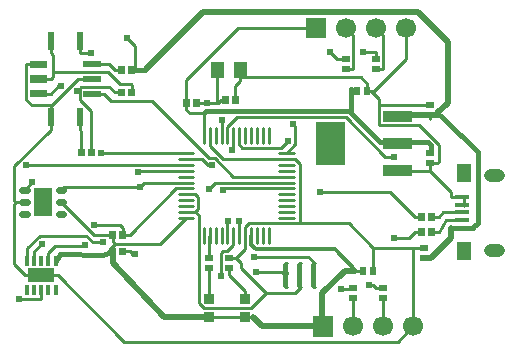
<source format=gtl>
G04 Layer: TopLayer*
G04 EasyEDA v6.4.31, 2022-03-03 13:31:49*
G04 40e5de87a7664572b24e6dd0e93d503d,d021fe9ff0164b2b908f64b513dd86bf,10*
G04 Gerber Generator version 0.2*
G04 Scale: 100 percent, Rotated: No, Reflected: No *
G04 Dimensions in millimeters *
G04 leading zeros omitted , absolute positions ,4 integer and 5 decimal *
%FSLAX45Y45*%
%MOMM*%

%ADD10C,0.2540*%
%ADD11C,0.4000*%
%ADD12C,0.5000*%
%ADD13C,0.3000*%
%ADD14C,0.5600*%
%ADD15C,0.2700*%
%ADD16C,0.6100*%
%ADD17R,0.5999X0.6500*%
%ADD18R,0.6500X0.5999*%
%ADD19R,0.8103X0.8103*%
%ADD20R,1.3000X0.4000*%
%ADD21R,1.2000X1.6000*%
%ADD23R,1.5011X0.5994*%
%ADD24R,0.5994X1.5011*%
%ADD25R,0.3360X0.8250*%
%ADD26R,2.2000X1.2000*%
%ADD32C,1.7000*%
%ADD33C,1.1000*%

%LPD*%
D11*
X1377289Y4619548D02*
G01*
X1418752Y4674095D01*
X1781644Y4673104D02*
G01*
X1862581Y4699000D01*
X1418752Y4674095D02*
G01*
X1781644Y4673104D01*
D12*
X3916425Y4537202D02*
G01*
X3826002Y4537202D01*
X3635756Y4346955D01*
X3635756Y4067302D01*
D10*
X3797300Y4381500D02*
G01*
X3894584Y4381500D01*
X3898900Y4385815D01*
X2905252Y4639818D02*
G01*
X2946400Y4597400D01*
X2946400Y4559300D01*
X3161029Y4344923D01*
X2844802Y4639807D02*
G01*
X2905203Y4639807D01*
D13*
X3033295Y4832797D02*
G01*
X3033295Y4755479D01*
X3071522Y4717252D01*
X3742209Y4717252D01*
X3925572Y4533889D01*
D11*
X4818506Y4899202D02*
G01*
X4725596Y4899192D01*
X4818509Y4899192D02*
G01*
X4911422Y4899192D01*
X4914900Y4902200D02*
G01*
X4953000Y4940807D01*
X4953000Y5537200D01*
X4660900Y5829300D01*
X4610100Y5867400D01*
D10*
X4818506Y4964201D02*
G01*
X4686300Y4965700D01*
X4621532Y4864089D01*
X4113275Y5935218D02*
G01*
X4113275Y5773673D01*
X4120641Y5766307D01*
X4457191Y5766307D01*
X4620259Y5603239D01*
X4620259Y5457189D01*
X4607052Y5443981D01*
D11*
X3883380Y5890107D02*
G01*
X2650540Y5890107D01*
X2641904Y5881471D01*
D10*
X3333295Y5532795D02*
G01*
X3406726Y5606227D01*
X3406726Y5758246D01*
X3387092Y5777880D01*
D11*
X3883380Y5890107D02*
G01*
X3883380Y6070600D01*
X4128490Y5626100D02*
G01*
X3883380Y5871210D01*
X3883380Y5890107D01*
D10*
X2633296Y5868761D02*
G01*
X2512011Y5868761D01*
X2484884Y5895888D01*
X2633296Y5868761D02*
G01*
X2633296Y5682782D01*
X1862584Y4838689D02*
G01*
X1862584Y4788372D01*
X1881304Y4759568D02*
G01*
X2260094Y4759568D01*
X2483309Y4982784D01*
X1862584Y4788372D02*
G01*
X1862584Y4778288D01*
X1881304Y4759568D01*
X1833628Y4698989D02*
G01*
X1833628Y4711893D01*
X1881304Y4759568D01*
X3581402Y6591289D02*
G01*
X2925650Y6591289D01*
X2484884Y6150523D01*
X2484884Y5956289D01*
X1862584Y4698989D02*
G01*
X1833628Y4698989D01*
D11*
X4279900Y5626100D02*
G01*
X4128490Y5626100D01*
D10*
X2484884Y5956289D02*
G01*
X2484884Y5895888D01*
X3932684Y6057889D02*
G01*
X3874772Y6057889D01*
D12*
X3644902Y4063989D02*
G01*
X3129130Y4063989D01*
X3052930Y4140189D01*
D10*
X2984502Y4140189D02*
G01*
X2679702Y4140189D01*
X3018716Y4140189D02*
G01*
X2984502Y4140189D01*
X3018716Y4140189D02*
G01*
X3052930Y4140189D01*
X3983484Y4533889D02*
G01*
X3925572Y4533889D01*
D11*
X4555210Y5541518D02*
G01*
X4555210Y5599429D01*
D10*
X1257302Y4495815D02*
G01*
X1119380Y4495815D01*
X1039700Y5118089D02*
G01*
X1024282Y5102672D01*
X1024282Y4590912D01*
X1119380Y4495815D01*
X1039700Y5118089D02*
G01*
X1027584Y5130205D01*
X1027584Y5422940D01*
X1336042Y5731398D01*
X1115240Y5118089D02*
G01*
X1039700Y5118089D01*
X4406902Y4063989D02*
G01*
X4278480Y3935567D01*
X1955472Y3935567D01*
X1395224Y4495815D01*
X1336042Y5834369D02*
G01*
X1336042Y5731398D01*
X1336042Y5885855D02*
G01*
X1336042Y5834369D01*
X3333295Y5482783D02*
G01*
X3405101Y5482783D01*
X3444242Y5443641D01*
X3444242Y4937470D01*
X3444242Y4937470D02*
G01*
X3011604Y4937470D01*
X2983308Y4909174D01*
X2983308Y4832797D01*
X4068320Y4728707D02*
G01*
X3859557Y4937470D01*
X3444242Y4937470D01*
X2683309Y5682782D02*
G01*
X2683309Y5592993D01*
X2793519Y5482783D01*
X3333295Y5482783D01*
X1257302Y4495815D02*
G01*
X1395224Y4495815D01*
X1336042Y5885855D02*
G01*
X1336042Y5937341D01*
X1336042Y5937341D02*
G01*
X1345237Y5937341D01*
X1567385Y6159489D01*
X1686562Y6159489D01*
X2941426Y6138913D02*
G01*
X2899918Y6097404D01*
X2899918Y5981700D01*
X4406902Y4728707D02*
G01*
X4068320Y4728707D01*
X4068320Y4594291D02*
G01*
X4068320Y4728707D01*
X4068320Y4533889D02*
G01*
X4068320Y4594291D01*
X2983308Y4832797D02*
G01*
X2983308Y4717912D01*
X2905203Y4639807D01*
X2560652Y5032796D02*
G01*
X2586408Y5058552D01*
X2586408Y5157282D01*
X2560906Y5182783D01*
X2483309Y5182783D01*
X2483309Y5032796D02*
G01*
X2560652Y5032796D01*
X3160930Y4344863D02*
G01*
X3405075Y4344863D01*
X3454402Y4394189D01*
X4445485Y4728707D02*
G01*
X4406902Y4728707D01*
X4406902Y4728707D02*
G01*
X4406902Y4063989D01*
X4495802Y4728707D02*
G01*
X4445485Y4728707D01*
X2941424Y6172621D02*
G01*
X3963189Y6172621D01*
X4017520Y6118291D01*
X4543935Y5383392D02*
G01*
X4271291Y5383392D01*
X4046476Y6057889D02*
G01*
X4113380Y5990986D01*
X4113380Y5935207D01*
X4113380Y5935207D02*
G01*
X4546602Y5935207D01*
X4546602Y5443971D02*
G01*
X4607003Y5443971D01*
X4046476Y6057889D02*
G01*
X4075432Y6057889D01*
X4017520Y6057889D02*
G01*
X4046476Y6057889D01*
X4017520Y6057889D02*
G01*
X4017520Y6118291D01*
X2941424Y6172621D02*
G01*
X2941424Y6138915D01*
X2941424Y6235689D02*
G01*
X2941424Y6172621D01*
X4818509Y5159187D02*
G01*
X4725596Y5159187D01*
X4543935Y5383392D02*
G01*
X4546602Y5386059D01*
X4725596Y5159187D02*
G01*
X4725596Y5201732D01*
X4543935Y5383392D01*
X4824148Y5159187D02*
G01*
X4818509Y5159187D01*
X1234442Y6283949D02*
G01*
X1131470Y6283949D01*
X1131470Y6283949D02*
G01*
X1131293Y6283772D01*
X1131293Y5984356D01*
X1178308Y5937341D01*
X1336042Y5937341D01*
X4546602Y5443971D02*
G01*
X4546602Y5386059D01*
X4343402Y6591289D02*
G01*
X4343402Y6325859D01*
X4075432Y6057889D01*
X3441700Y4495800D02*
G01*
X3441700Y4406887D01*
X3454400Y4394187D01*
X3441700Y4495800D02*
G01*
X3441700Y4584687D01*
X3454400Y4597387D01*
X1583413Y6057178D02*
G01*
X1583413Y5985245D01*
X1680720Y5887938D01*
X1680720Y5537189D01*
X1880872Y6045189D02*
G01*
X1832968Y6093094D01*
X1590804Y6093094D01*
X1583413Y6085702D01*
X1583413Y6057178D01*
X1563372Y6057178D02*
G01*
X1583413Y6057178D01*
X2052576Y6235689D02*
G01*
X2052576Y6437416D01*
X1982650Y6507342D01*
X2023620Y6235689D02*
G01*
X2052576Y6235689D01*
X4546602Y5850371D02*
G01*
X4546602Y5821415D01*
X4772052Y4899192D02*
G01*
X4818509Y4899192D01*
X1938784Y6045189D02*
G01*
X1880872Y6045189D01*
D12*
X4495802Y4643871D02*
G01*
X4556203Y4643871D01*
D10*
X2933296Y4957231D02*
G01*
X2933296Y4832797D01*
X2658315Y5956289D02*
G01*
X2757172Y5956289D01*
X2569720Y5956289D02*
G01*
X2658315Y5956289D01*
X2815081Y5981700D02*
G01*
X2782590Y5981700D01*
X2757177Y5956287D01*
X2748180Y6138915D02*
G01*
X2748180Y5965281D01*
X2757172Y5956289D01*
X2748180Y6235689D02*
G01*
X2748180Y6138915D01*
X2679702Y4292589D02*
G01*
X2679702Y4554971D01*
X2679702Y4639807D02*
G01*
X2679702Y4697719D01*
X2984502Y4292589D02*
G01*
X2984502Y4361017D01*
X2844802Y4554971D02*
G01*
X2844802Y4497059D01*
X2984502Y4361017D02*
G01*
X2980844Y4361017D01*
X2844802Y4497059D01*
X3898900Y4385810D02*
G01*
X3894589Y4381500D01*
X3797300Y4381500D01*
X2483309Y5482783D02*
G01*
X2616278Y5482783D01*
X2665884Y5433176D01*
X2700276Y5433176D01*
X3898902Y4063989D02*
G01*
X3898902Y4300971D01*
X2483309Y5532795D02*
G01*
X1758495Y5532795D01*
X4152902Y4385807D02*
G01*
X4092501Y4385807D01*
X4029356Y4416186D02*
G01*
X4062122Y4416186D01*
X4092501Y4385807D01*
X4152902Y4063989D02*
G01*
X4152902Y4300971D01*
X2023620Y6045189D02*
G01*
X2023620Y6105591D01*
X1355371Y6221719D02*
G01*
X1820674Y6221719D01*
X1926948Y6115446D01*
X2013765Y6115446D01*
X2023620Y6105591D01*
X1355371Y6221719D02*
G01*
X1355371Y6362308D01*
X1336042Y6381638D01*
X1337414Y6159489D02*
G01*
X1355371Y6177447D01*
X1355371Y6221719D01*
X1336042Y6484609D02*
G01*
X1336042Y6381638D01*
X1234442Y6159489D02*
G01*
X1337414Y6159489D01*
X1938784Y6235689D02*
G01*
X1880872Y6235689D01*
X1686562Y6283949D02*
G01*
X1832612Y6283949D01*
X1880872Y6235689D01*
X1584962Y5834369D02*
G01*
X1584962Y5731398D01*
X1584962Y5731398D02*
G01*
X1595884Y5720476D01*
X1595884Y5537189D01*
X4089400Y6328918D02*
G01*
X4089400Y6386817D01*
X3982798Y6390198D02*
G01*
X4086024Y6390198D01*
X4089402Y6386819D01*
X2933296Y5682782D02*
G01*
X2933296Y5605211D01*
X2959254Y5579252D01*
X3290293Y5579252D01*
X3342286Y5631246D01*
X4089400Y6244081D02*
G01*
X4149788Y6244081D01*
X4149798Y6244071D01*
X4089402Y6591289D02*
G01*
X4149981Y6530710D01*
X4149981Y6244249D01*
X4149803Y6244071D01*
X2883308Y5682782D02*
G01*
X2883308Y5574985D01*
X2869262Y5560938D01*
X3835402Y6328907D02*
G01*
X3759812Y6328907D01*
X3698521Y6390198D01*
X3835402Y6244071D02*
G01*
X3895803Y6244071D01*
X3835402Y6591289D02*
G01*
X3895981Y6530710D01*
X3895981Y6244249D01*
X3895803Y6244071D01*
X4563620Y4864089D02*
G01*
X4621532Y4864089D01*
X4478784Y4864089D02*
G01*
X4420872Y4864089D01*
X4246730Y4812756D02*
G01*
X4369539Y4812756D01*
X4420872Y4864089D01*
X2833296Y5682782D02*
G01*
X2833296Y5757103D01*
X2912772Y5836579D01*
X3835758Y5836579D01*
X4170733Y5501604D01*
X4246730Y5501604D01*
X4563620Y4991089D02*
G01*
X4621532Y4991089D01*
X4818509Y5029189D02*
G01*
X4659632Y5029189D01*
X4621532Y4991089D01*
X2783309Y5682782D02*
G01*
X2783309Y5811992D01*
X4478784Y4991089D02*
G01*
X4420872Y4991089D01*
X3619248Y5199319D02*
G01*
X4212643Y5199319D01*
X4420872Y4991089D01*
X1261442Y4763632D02*
G01*
X1197307Y4699497D01*
X1197307Y4619564D01*
X1947420Y4899091D02*
G01*
X1923671Y4922840D01*
X1706501Y4922840D01*
X1115240Y5218089D02*
G01*
X1115240Y5222864D01*
X1178968Y5286593D01*
X1947420Y4838689D02*
G01*
X1947420Y4899091D01*
X2483309Y5232796D02*
G01*
X2399438Y5232796D01*
X2005332Y4838689D01*
X1947420Y4838689D02*
G01*
X2005332Y4838689D01*
X1137312Y4619564D02*
G01*
X1137312Y4725001D01*
X1244960Y4832647D01*
X1636626Y4832647D01*
X1694073Y4775200D01*
X1778000Y4775200D01*
X1424739Y5218089D02*
G01*
X1452425Y5245775D01*
X2091184Y5245775D01*
X2091184Y5245775D02*
G01*
X2128192Y5282783D01*
X2483309Y5282783D01*
X1947420Y4698989D02*
G01*
X2005332Y4698989D01*
X2052703Y4676790D02*
G01*
X2027532Y4676790D01*
X2005332Y4698989D01*
X3333295Y5332796D02*
G01*
X2883512Y5332796D01*
X2724558Y5491749D01*
X2676095Y5491749D01*
X2190701Y5977143D01*
X1847420Y5977143D01*
X1789534Y6035029D01*
X1686562Y6035029D02*
G01*
X1789534Y6035029D01*
X2795094Y5222661D02*
G01*
X2805229Y5232796D01*
X3333295Y5232796D01*
X1584962Y6381638D02*
G01*
X1676681Y6381638D01*
X1584962Y6484609D02*
G01*
X1584962Y6381638D01*
X3333295Y5282783D02*
G01*
X2729994Y5282783D01*
X2674698Y5227487D01*
X1234442Y6035029D02*
G01*
X1337414Y6035029D01*
X1422275Y6098377D02*
G01*
X1400761Y6098377D01*
X1337414Y6035029D01*
X2483309Y5432795D02*
G01*
X1129870Y5432795D01*
X1065024Y4298533D02*
G01*
X1252933Y4298533D01*
X1257302Y4302902D01*
X1257302Y4372066D02*
G01*
X1257302Y4302902D01*
X1311602Y4613617D02*
G01*
X1311602Y4688116D01*
X1373019Y4749533D01*
X1618434Y4749533D01*
X2079373Y5374071D02*
G01*
X2088085Y5382783D01*
X2483309Y5382783D01*
X2833296Y4832797D02*
G01*
X2833296Y4951211D01*
X2837207Y4955123D01*
X3058238Y4655632D02*
G01*
X3515540Y4655632D01*
X3573782Y4597389D01*
X3561079Y4495800D02*
G01*
X3561079Y4406892D01*
X3573785Y4394187D01*
X3561079Y4495800D02*
G01*
X3561079Y4584682D01*
X3573785Y4597387D01*
X2883308Y4832797D02*
G01*
X2883308Y4756343D01*
X2832280Y4705314D01*
X2796745Y4705314D01*
X2779499Y4688067D01*
X2779499Y4489084D01*
X3072792Y4521570D02*
G01*
X3296549Y4521570D01*
X3322320Y4495800D01*
X3335027Y4508507D01*
X3335027Y4526470D01*
X3322320Y4495800D02*
G01*
X3322320Y4584679D01*
X3335027Y4597387D01*
X3322320Y4495800D02*
G01*
X3322320Y4513762D01*
X3335027Y4526470D01*
X3335027Y4394187D02*
G01*
X3322320Y4406894D01*
X3322320Y4495800D01*
D12*
X4725596Y4899192D02*
G01*
X4725596Y4813264D01*
X4556203Y4643871D01*
X4610100Y5867400D02*
G01*
X4699000Y5955537D01*
X4699000Y6471665D01*
X4447540Y6723126D01*
X2624581Y6723126D01*
X2145029Y6243573D01*
X4610100Y5854700D02*
G01*
X4549698Y5854700D01*
X4334789Y5851270D02*
G01*
X4542713Y5851270D01*
X4549698Y5858255D01*
D10*
X4838700Y5085600D02*
G01*
X4838700Y5150599D01*
D11*
X4279900Y5626100D02*
G01*
X4528540Y5626100D01*
X4555210Y5599429D01*
D10*
X2683256Y4832857D02*
G01*
X2679700Y4832857D01*
X2679700Y4697729D01*
X2560652Y5032796D02*
G01*
X2589049Y5004399D01*
X2589049Y4261220D01*
X2631671Y4218599D01*
X3034667Y4218599D01*
X3160930Y4344863D01*
D12*
X1862581Y4699000D02*
G01*
X1866900Y4597400D01*
X2296010Y4140200D01*
X2679702Y4140200D01*
D10*
X1862584Y4838689D02*
G01*
X1704139Y4838689D01*
X1424739Y5118089D01*
D11*
X2052576Y6235689D02*
G01*
X2137145Y6235689D01*
X2145029Y6243573D01*
D14*
X1095763Y5218099D02*
G01*
X1134765Y5218099D01*
X1095763Y5118100D02*
G01*
X1134765Y5118100D01*
X1095763Y5018100D02*
G01*
X1134765Y5018100D01*
X1405262Y5018100D02*
G01*
X1444264Y5018100D01*
X1405262Y5118100D02*
G01*
X1444264Y5118100D01*
X1405262Y5218099D02*
G01*
X1444264Y5218099D01*
D15*
X2633294Y4894305D02*
G01*
X2633294Y4771306D01*
X2683306Y4894305D02*
G01*
X2683306Y4771306D01*
X2733293Y4894305D02*
G01*
X2733293Y4771306D01*
X2783306Y4894305D02*
G01*
X2783306Y4771306D01*
X2833293Y4894305D02*
G01*
X2833293Y4771306D01*
X2883306Y4894305D02*
G01*
X2883306Y4771306D01*
X2933293Y4894305D02*
G01*
X2933293Y4771306D01*
X2983306Y4894305D02*
G01*
X2983306Y4771306D01*
X3033293Y4894305D02*
G01*
X3033293Y4771306D01*
X3083306Y4894305D02*
G01*
X3083306Y4771306D01*
X3133293Y4894305D02*
G01*
X3133293Y4771306D01*
X3183305Y4894305D02*
G01*
X3183305Y4771306D01*
X3271794Y4982794D02*
G01*
X3394793Y4982794D01*
X3271794Y5032806D02*
G01*
X3394793Y5032806D01*
X3271794Y5082794D02*
G01*
X3394793Y5082794D01*
X3271794Y5132806D02*
G01*
X3394793Y5132806D01*
X3271794Y5182793D02*
G01*
X3394793Y5182793D01*
X3271794Y5232806D02*
G01*
X3394793Y5232806D01*
X3271794Y5282793D02*
G01*
X3394793Y5282793D01*
X3271794Y5332806D02*
G01*
X3394793Y5332806D01*
X3271794Y5382793D02*
G01*
X3394793Y5382793D01*
X3271794Y5432805D02*
G01*
X3394793Y5432805D01*
X3271794Y5482793D02*
G01*
X3394793Y5482793D01*
X3271794Y5532805D02*
G01*
X3394793Y5532805D01*
X3183305Y5744291D02*
G01*
X3183305Y5621291D01*
X3133293Y5744291D02*
G01*
X3133293Y5621291D01*
X3083306Y5744291D02*
G01*
X3083306Y5621291D01*
X3033293Y5744291D02*
G01*
X3033293Y5621291D01*
X2983306Y5744291D02*
G01*
X2983306Y5621291D01*
X2933293Y5744291D02*
G01*
X2933293Y5621291D01*
X2883306Y5744291D02*
G01*
X2883306Y5621291D01*
X2833293Y5744291D02*
G01*
X2833293Y5621291D01*
X2783306Y5744291D02*
G01*
X2783306Y5621291D01*
X2733293Y5744291D02*
G01*
X2733293Y5621291D01*
X2683306Y5744291D02*
G01*
X2683306Y5621291D01*
X2633294Y5744291D02*
G01*
X2633294Y5621291D01*
X2421808Y5532805D02*
G01*
X2544808Y5532805D01*
X2421808Y5482793D02*
G01*
X2544808Y5482793D01*
X2421808Y5432805D02*
G01*
X2544808Y5432805D01*
X2421808Y5382793D02*
G01*
X2544808Y5382793D01*
X2421808Y5332806D02*
G01*
X2544808Y5332806D01*
X2421808Y5282793D02*
G01*
X2544808Y5282793D01*
X2421808Y5232806D02*
G01*
X2544808Y5232806D01*
X2421808Y5182793D02*
G01*
X2544808Y5182793D01*
X2421808Y5132806D02*
G01*
X2544808Y5132806D01*
X2421808Y5082794D02*
G01*
X2544808Y5082794D01*
X2421808Y5032806D02*
G01*
X2544808Y5032806D01*
X2421808Y4982794D02*
G01*
X2544808Y4982794D01*
D10*
X3322320Y4495800D02*
G01*
X3322320Y4597400D01*
X3322320Y4394200D02*
G01*
X3322320Y4495800D01*
X3561079Y4495800D02*
G01*
X3561079Y4597400D01*
X3561079Y4495800D02*
G01*
X3561079Y4394200D01*
X3441700Y4495800D02*
G01*
X3441700Y4597400D01*
X3441700Y4495800D02*
G01*
X3441700Y4394200D01*
D17*
G01*
X3983481Y4533900D03*
G01*
X4068318Y4533900D03*
D18*
G01*
X4546600Y5528818D03*
G01*
X4546600Y5443981D03*
G01*
X4546600Y5850381D03*
G01*
X4546600Y5935218D03*
D17*
G01*
X3932681Y6057900D03*
G01*
X4017518Y6057900D03*
D18*
G01*
X4495800Y4643881D03*
G01*
X4495800Y4728718D03*
G36*
X2869920Y6014186D02*
G01*
X2929915Y6014186D01*
X2929915Y5949213D01*
X2869920Y5949213D01*
G37*
G36*
X2785084Y6014186D02*
G01*
X2845079Y6014186D01*
X2845079Y5949213D01*
X2785084Y5949213D01*
G37*
G36*
X2539720Y5988786D02*
G01*
X2599715Y5988786D01*
X2599715Y5923813D01*
X2539720Y5923813D01*
G37*
G36*
X2454884Y5988786D02*
G01*
X2514879Y5988786D01*
X2514879Y5923813D01*
X2454884Y5923813D01*
G37*
G01*
X2680004Y4557572D03*
G01*
X2680004Y4642408D03*
G01*
X2850006Y4557572D03*
G01*
X2850006Y4642408D03*
G01*
X3898900Y4385818D03*
G01*
X3898900Y4300981D03*
G01*
X4152900Y4385818D03*
G01*
X4152900Y4300981D03*
G36*
X1993620Y6077686D02*
G01*
X2053615Y6077686D01*
X2053615Y6012713D01*
X1993620Y6012713D01*
G37*
G36*
X1908784Y6077686D02*
G01*
X1968779Y6077686D01*
X1968779Y6012713D01*
X1908784Y6012713D01*
G37*
G36*
X1993620Y6268186D02*
G01*
X2053615Y6268186D01*
X2053615Y6203213D01*
X1993620Y6203213D01*
G37*
G36*
X1908784Y6268186D02*
G01*
X1968779Y6268186D01*
X1968779Y6203213D01*
X1908784Y6203213D01*
G37*
G36*
X1650720Y5569686D02*
G01*
X1710715Y5569686D01*
X1710715Y5504713D01*
X1650720Y5504713D01*
G37*
G36*
X1565884Y5569686D02*
G01*
X1625879Y5569686D01*
X1625879Y5504713D01*
X1565884Y5504713D01*
G37*
G01*
X4089400Y6328918D03*
G01*
X4089400Y6244081D03*
G01*
X3835400Y6328918D03*
G01*
X3835400Y6244081D03*
G36*
X4533620Y4896586D02*
G01*
X4593615Y4896586D01*
X4593615Y4831613D01*
X4533620Y4831613D01*
G37*
G36*
X4448784Y4896586D02*
G01*
X4508779Y4896586D01*
X4508779Y4831613D01*
X4448784Y4831613D01*
G37*
G36*
X4533620Y5023586D02*
G01*
X4593615Y5023586D01*
X4593615Y4958613D01*
X4533620Y4958613D01*
G37*
G36*
X4448784Y5023586D02*
G01*
X4508779Y5023586D01*
X4508779Y4958613D01*
X4448784Y4958613D01*
G37*
G36*
X1917420Y4871186D02*
G01*
X1977415Y4871186D01*
X1977415Y4806213D01*
X1917420Y4806213D01*
G37*
G36*
X1832584Y4871186D02*
G01*
X1892579Y4871186D01*
X1892579Y4806213D01*
X1832584Y4806213D01*
G37*
G36*
X1917420Y4731486D02*
G01*
X1977415Y4731486D01*
X1977415Y4666513D01*
X1917420Y4666513D01*
G37*
G36*
X1832584Y4731486D02*
G01*
X1892579Y4731486D01*
X1892579Y4666513D01*
X1832584Y4666513D01*
G37*
D19*
G01*
X2680004Y4140200D03*
G01*
X2680004Y4292600D03*
G01*
X2984500Y4140200D03*
G01*
X2984500Y4292600D03*
D20*
G01*
X4818506Y4899202D03*
G01*
X4818506Y5159197D03*
G01*
X4818506Y5094198D03*
G01*
X4818506Y5029200D03*
G01*
X4818506Y4964201D03*
D21*
G01*
X4834509Y5359196D03*
G01*
X4834509Y4699203D03*
G36*
X1194986Y5238099D02*
G01*
X1344988Y5238099D01*
X1344988Y4998100D01*
X1194986Y4998100D01*
G37*
D23*
G01*
X1686560Y6035039D03*
G01*
X1686560Y6159500D03*
G01*
X1686560Y6283960D03*
D24*
G01*
X1584960Y6484620D03*
G01*
X1336039Y6484620D03*
G36*
X1159382Y6313931D02*
G01*
X1309496Y6313931D01*
X1309496Y6253987D01*
X1159382Y6253987D01*
G37*
G36*
X1159382Y6189471D02*
G01*
X1309496Y6189471D01*
X1309496Y6129528D01*
X1159382Y6129528D01*
G37*
G36*
X1159382Y6065012D02*
G01*
X1309496Y6065012D01*
X1309496Y6005068D01*
X1159382Y6005068D01*
G37*
G01*
X1336039Y5834379D03*
G01*
X1584960Y5834379D03*
D25*
G01*
X1137310Y4372051D03*
G01*
X1197305Y4372051D03*
G01*
X1257300Y4372051D03*
G01*
X1317294Y4372051D03*
G01*
X1377289Y4372051D03*
G01*
X1377289Y4619548D03*
G01*
X1317294Y4619548D03*
G01*
X1257300Y4619548D03*
G01*
X1197305Y4619548D03*
G01*
X1137310Y4619548D03*
D26*
G01*
X1257300Y4495800D03*
G36*
X4394799Y5334398D02*
G01*
X4394799Y5432399D01*
X4147799Y5432399D01*
X4147799Y5334398D01*
G37*
G36*
X4394799Y5564400D02*
G01*
X4394799Y5662399D01*
X4147799Y5662399D01*
X4147799Y5564400D01*
G37*
G36*
X4394799Y5794400D02*
G01*
X4394799Y5892401D01*
X4147799Y5892401D01*
X4147799Y5794400D01*
G37*
G36*
X3827800Y5793399D02*
G01*
X3827800Y5433400D01*
X3580800Y5433400D01*
X3580800Y5793399D01*
G37*
G36*
X2884799Y6166850D02*
G01*
X2884799Y6304549D01*
X2998053Y6304549D01*
X2998053Y6166850D01*
G37*
G36*
X2804800Y6166850D02*
G01*
X2804800Y6304549D01*
X2691546Y6304549D01*
X2691546Y6166850D01*
G37*
G36*
X3299840Y4591050D02*
G01*
X3344799Y4591050D01*
X3344799Y4400550D01*
X3299840Y4400550D01*
G37*
G36*
X3419220Y4591050D02*
G01*
X3464179Y4591050D01*
X3464179Y4400550D01*
X3419220Y4400550D01*
G37*
G36*
X3538600Y4591050D02*
G01*
X3583559Y4591050D01*
X3583559Y4400550D01*
X3538600Y4400550D01*
G37*
G36*
X3559898Y4149001D02*
G01*
X3729901Y4149001D01*
X3729901Y3978998D01*
X3559898Y3978998D01*
G37*
D32*
G01*
X3898900Y4064000D03*
G01*
X4152900Y4064000D03*
G01*
X4406900Y4064000D03*
G36*
X3496398Y6676301D02*
G01*
X3666401Y6676301D01*
X3666401Y6506298D01*
X3496398Y6506298D01*
G37*
G01*
X3835400Y6591300D03*
G01*
X4089400Y6591300D03*
G01*
X4343400Y6591300D03*
D16*
G01*
X3387090Y5777890D03*
G01*
X1563370Y6057188D03*
G01*
X1982647Y6507353D03*
G01*
X2933293Y4957241D03*
G01*
X2658313Y5956300D03*
G01*
X3797300Y4381500D03*
G01*
X2700274Y5433187D03*
G01*
X4029354Y4416196D03*
G01*
X1758492Y5532805D03*
G01*
X3982796Y6390208D03*
G01*
X3342284Y5631256D03*
G01*
X2869260Y5560948D03*
G01*
X3698519Y6390208D03*
G01*
X4246727Y4812766D03*
G01*
X4246727Y5501614D03*
G01*
X3619245Y5199329D03*
G01*
X2783306Y5812002D03*
G01*
X1261440Y4763643D03*
G01*
X1178966Y5286603D03*
G01*
X1706498Y4922850D03*
G01*
X1778000Y4775200D03*
G01*
X2052700Y4676800D03*
G01*
X2091181Y5245785D03*
G01*
X1676679Y6381648D03*
G01*
X2795092Y5222671D03*
G01*
X1422272Y6098387D03*
G01*
X2674696Y5227497D03*
G01*
X1065021Y4298543D03*
G01*
X1129868Y5432805D03*
G01*
X2079370Y5374081D03*
G01*
X1624126Y4755489D03*
G01*
X3058236Y4655642D03*
G01*
X2837205Y4955133D03*
G01*
X3072790Y4521580D03*
G01*
X2779496Y4489094D03*
D33*
X5122494Y5349214D02*
G01*
X5052494Y5349214D01*
X5122494Y4709210D02*
G01*
X5052494Y4709210D01*
M02*

</source>
